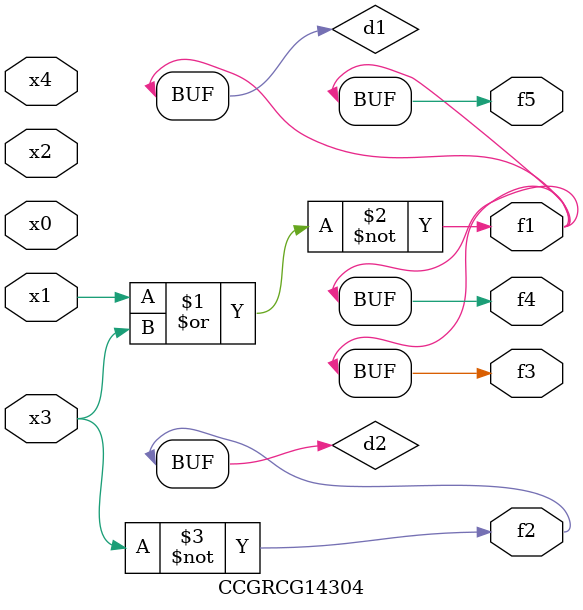
<source format=v>
module CCGRCG14304(
	input x0, x1, x2, x3, x4,
	output f1, f2, f3, f4, f5
);

	wire d1, d2;

	nor (d1, x1, x3);
	not (d2, x3);
	assign f1 = d1;
	assign f2 = d2;
	assign f3 = d1;
	assign f4 = d1;
	assign f5 = d1;
endmodule

</source>
